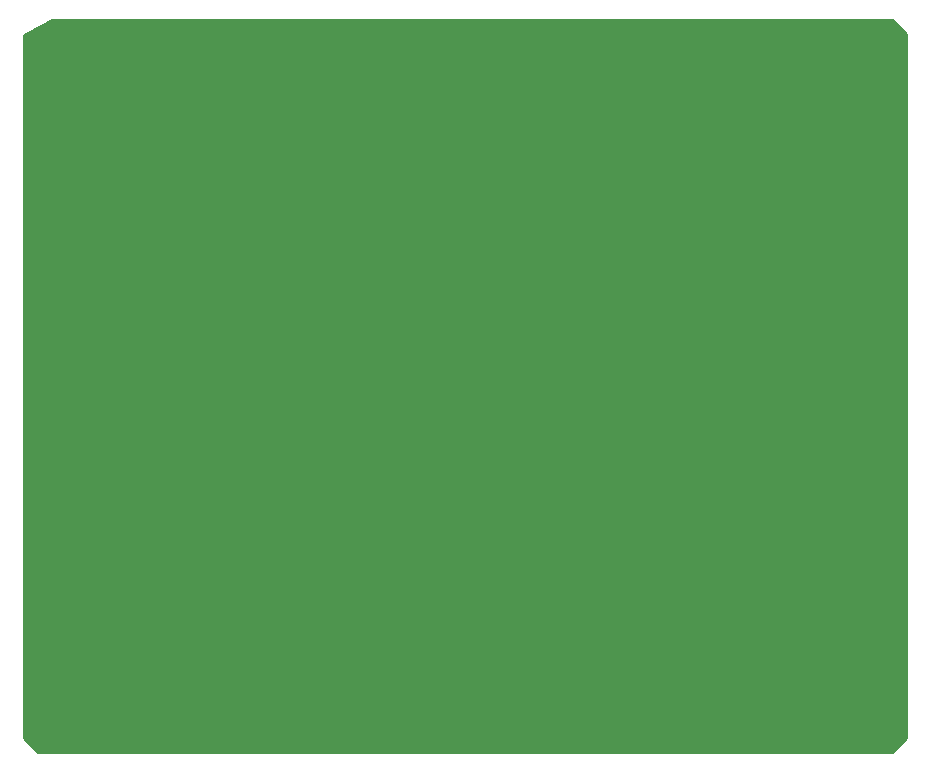
<source format=gbr>
G04 #@! TF.GenerationSoftware,KiCad,Pcbnew,(5.1.5-0-10_14)*
G04 #@! TF.CreationDate,2020-05-22T11:47:55+02:00*
G04 #@! TF.ProjectId,version2,76657273-696f-46e3-922e-6b696361645f,rev?*
G04 #@! TF.SameCoordinates,Original*
G04 #@! TF.FileFunction,Profile,NP*
%FSLAX46Y46*%
G04 Gerber Fmt 4.6, Leading zero omitted, Abs format (unit mm)*
G04 Created by KiCad (PCBNEW (5.1.5-0-10_14)) date 2020-05-22 11:47:55*
%MOMM*%
%LPD*%
G04 APERTURE LIST*
%ADD10C,0.254000*%
G04 APERTURE END LIST*
D10*
G36*
X133223000Y-40692606D02*
G01*
X133223000Y-100277394D01*
X132027394Y-101473000D01*
X59742606Y-101473000D01*
X58547000Y-100277394D01*
X58547000Y-40718490D01*
X60989980Y-39497000D01*
X132027394Y-39497000D01*
X133223000Y-40692606D01*
G37*
X133223000Y-40692606D02*
X133223000Y-100277394D01*
X132027394Y-101473000D01*
X59742606Y-101473000D01*
X58547000Y-100277394D01*
X58547000Y-40718490D01*
X60989980Y-39497000D01*
X132027394Y-39497000D01*
X133223000Y-40692606D01*
M02*

</source>
